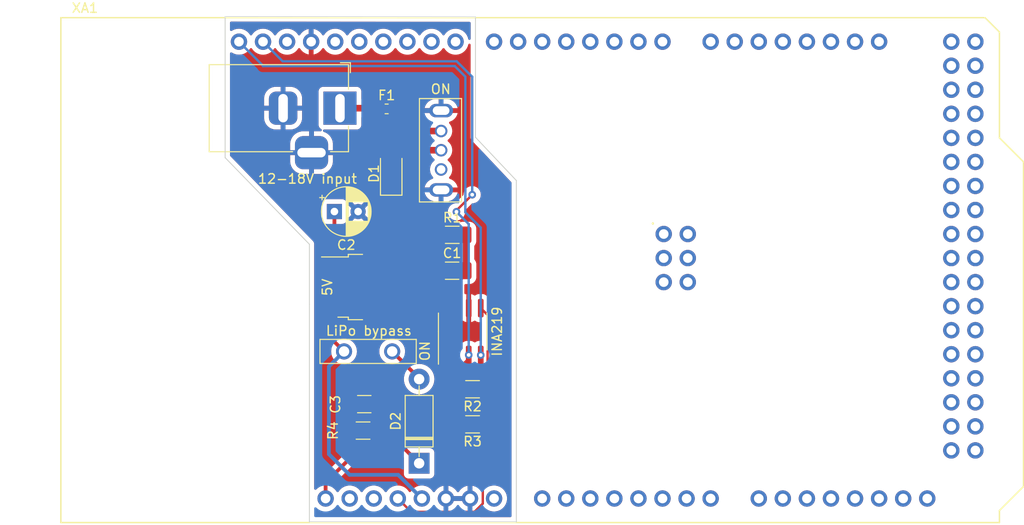
<source format=kicad_pcb>
(kicad_pcb (version 20211014) (generator pcbnew)
  (layers (0 "F.Cu" signal) (31 "B.Cu" signal) (34 "B.Paste" user) (35 "F.Paste" user) (36 "B.SilkS" user "B.Silkscreen") (37 "F.SilkS" user "F.Silkscreen") (38 "B.Mask" user) (39 "F.Mask" user) (44 "Edge.Cuts" user))
  (net 0 "")
  (net 1 "Net-(C1-Pad1)")
  (net 2 "Net-(C1-Pad2)")
  (net 3 "GND")
  (net 4 "Net-(D1-Pad2)")
  (net 5 "Net-(F1-Pad1)")
  (net 6 "Net-(F1-Pad2)")
  (net 7 "Net-(R2-Pad1)")
  (net 8 "Net-(R2-Pad2)")
  (net 9 "Net-(R3-Pad2)")
  (net 11 "Net-(U1-Pad3)")
  (net 20 "Net-(XA1-PadVBAT)")
  (net 98 "Net-(D2-Pad2)")
  (footprint "dhec:TS02CQE" (layer "F.Cu") (at 133.1976 91.9668)
    (fp_text reference "LiPo bypass" (at 0.0762 0.3622 unlocked) (layer "F.SilkS"))
    (fp_text value "SW_DIP_x01")
    (fp_line (start -5.08 1.27) (end -5.08 3.81) (layer "F.SilkS") (width 0.12))
    (fp_line (start -5.08 3.81) (end 5.08 3.81) (layer "F.SilkS") (width 0.12))
    (fp_line (start 5.08 3.81) (end 5.08 1.27) (layer "F.SilkS") (width 0.12))
    (fp_line (start 5.08 1.27) (end -5.08 1.27) (layer "F.SilkS") (width 0.12))
    (pad "1" thru_hole circle (at -2.54 2.54) (size 1.7 1.7) (drill 1.1) (layers *.Cu *.Mask) (net 11 "Net-(U1-Pad3)"))
    (pad "2" thru_hole circle (at 2.54 2.54) (size 1.7 1.7) (drill 1.1) (layers *.Cu *.Mask) (net 98 "Net-(D2-Pad2)"))
  )
  (footprint "Package_SO:SOIC-8_3.9x4.9mm_P1.27mm" (layer "F.Cu") (at 143.1798 92.4052 90)
    (fp_text reference "INA219" (at 0 3.6322 90) (layer "F.SilkS"))
    (fp_text value "INA219AxD")
    (fp_line (start 0 -2.56) (end -3.45 -2.56) (layer "F.SilkS") (width 0.12))
    (fp_line (start 0 2.56) (end -1.95 2.56) (layer "F.SilkS") (width 0.12))
    (fp_line (start 0 2.56) (end 1.95 2.56) (layer "F.SilkS") (width 0.12))
    (fp_line (start 0 -2.56) (end 1.95 -2.56) (layer "F.SilkS") (width 0.12))
    (pad "1" smd roundrect (at -2.475 -1.905 90) (size 1.95 0.6) (layers "F.Cu" "F.Paste" "F.Mask"))
    (pad "2" smd roundrect (at -2.475 -0.635 90) (size 1.95 0.6) (layers "F.Cu" "F.Paste" "F.Mask"))
    (pad "3" smd roundrect (at -2.475 0.635 90) (size 1.95 0.6) (layers "F.Cu" "F.Paste" "F.Mask") (net 9 "Net-(R3-Pad2)"))
    (pad "4" smd roundrect (at -2.475 1.905 90) (size 1.95 0.6) (layers "F.Cu" "F.Paste" "F.Mask") (net 8 "Net-(R2-Pad2)"))
    (pad "5" smd roundrect (at 2.475 1.905 90) (size 1.95 0.6) (layers "F.Cu" "F.Paste" "F.Mask") (net 7 "Net-(R2-Pad1)"))
    (pad "6" smd roundrect (at 2.475 0.635 90) (size 1.95 0.6) (layers "F.Cu" "F.Paste" "F.Mask") (net 3 "GND"))
    (pad "7" smd roundrect (at 2.475 -0.635 90) (size 1.95 0.6) (layers "F.Cu" "F.Paste" "F.Mask") (net 2 "Net-(C1-Pad2)"))
    (pad "8" smd roundrect (at 2.475 -1.905 90) (size 1.95 0.6) (layers "F.Cu" "F.Paste" "F.Mask") (net 1 "Net-(C1-Pad1)"))
  )
  (footprint "Capacitor_THT:CP_Radial_D5.0mm_P2.50mm" (layer "F.Cu") (at 129.6416 79.7306)
    (fp_text reference "C2" (at 1.25 3.5306) (layer "F.SilkS"))
    (fp_text value "C")
    (fp_line (start 2.531 -2.247) (end 2.531 -1.04) (layer "F.SilkS") (width 0.12))
    (fp_line (start 3.291 -1.605) (end 3.291 -1.04) (layer "F.SilkS") (width 0.12))
    (fp_line (start 2.611 -2.2) (end 2.611 -1.04) (layer "F.SilkS") (width 0.12))
    (fp_line (start 2.091 1.04) (end 2.091 2.442) (layer "F.SilkS") (width 0.12))
    (fp_line (start 3.171 -1.743) (end 3.171 -1.04) (layer "F.SilkS") (width 0.12))
    (fp_line (start 1.41 -2.576) (end 1.41 2.576) (layer "F.SilkS") (width 0.12))
    (fp_line (start 3.691 -0.915) (end 3.691 0.915) (layer "F.SilkS") (width 0.12))
    (fp_line (start 2.731 -2.122) (end 2.731 -1.04) (layer "F.SilkS") (width 0.12))
    (fp_line (start 2.051 -2.455) (end 2.051 -1.04) (layer "F.SilkS") (width 0.12))
    (fp_line (start 3.371 1.04) (end 3.371 1.5) (layer "F.SilkS") (width 0.12))
    (fp_line (start 2.011 -2.468) (end 2.011 -1.04) (layer "F.SilkS") (width 0.12))
    (fp_line (start 3.531 1.04) (end 3.531 1.251) (layer "F.SilkS") (width 0.12))
    (fp_line (start 3.411 -1.443) (end 3.411 -1.04) (layer "F.SilkS") (width 0.12))
    (fp_line (start 3.331 1.04) (end 3.331 1.554) (layer "F.SilkS") (width 0.12))
    (fp_line (start 3.091 1.04) (end 3.091 1.826) (layer "F.SilkS") (width 0.12))
    (fp_line (start 2.211 1.04) (end 2.211 2.398) (layer "F.SilkS") (width 0.12))
    (fp_line (start 3.051 -1.864) (end 3.051 -1.04) (layer "F.SilkS") (width 0.12))
    (fp_line (start 3.251 1.04) (end 3.251 1.653) (layer "F.SilkS") (width 0.12))
    (fp_line (start 3.531 -1.251) (end 3.531 -1.04) (layer "F.SilkS") (width 0.12))
    (fp_line (start 2.851 1.04) (end 2.851 2.035) (layer "F.SilkS") (width 0.12))
    (fp_line (start 2.891 1.04) (end 2.891 2.004) (layer "F.SilkS") (width 0.12))
    (fp_line (start 1.77 1.04) (end 1.77 2.528) (layer "F.SilkS") (width 0.12))
    (fp_line (start 1.93 1.04) (end 1.93 2.491) (layer "F.SilkS") (width 0.12))
    (fp_line (start 1.53 -2.565) (end 1.53 -1.04) (layer "F.SilkS") (width 0.12))
    (fp_line (start 3.611 -1.098) (end 3.611 1.098) (layer "F.SilkS") (width 0.12))
    (fp_line (start 3.291 1.04) (end 3.291 1.605) (layer "F.SilkS") (width 0.12))
    (fp_line (start 2.411 1.04) (end 2.411 2.31) (layer "F.SilkS") (width 0.12))
    (fp_line (start 1.971 1.04) (end 1.971 2.48) (layer "F.SilkS") (width 0.12))
    (fp_line (start 1.89 1.04) (end 1.89 2.501) (layer "F.SilkS") (width 0.12))
    (fp_line (start 3.651 -1.011) (end 3.651 1.011) (layer "F.SilkS") (width 0.12))
    (fp_line (start 2.931 1.04) (end 2.931 1.971) (layer "F.SilkS") (width 0.12))
    (fp_line (start 2.771 -2.095) (end 2.771 -1.04) (layer "F.SilkS") (width 0.12))
    (fp_line (start 1.81 -2.52) (end 1.81 -1.04) (layer "F.SilkS") (width 0.12))
    (fp_line (start 2.491 1.04) (end 2.491 2.268) (layer "F.SilkS") (width 0.12))
    (fp_line (start 1.25 -2.58) (end 1.25 2.58) (layer "F.SilkS") (width 0.12))
    (fp_line (start 1.89 -2.501) (end 1.89 -1.04) (layer "F.SilkS") (width 0.12))
    (fp_line (start 2.331 -2.348) (end 2.331 -1.04) (layer "F.SilkS") (width 0.12))
    (fp_line (start 2.051 1.04) (end 2.051 2.455) (layer "F.SilkS") (width 0.12))
    (fp_line (start 1.69 1.04) (end 1.69 2.543) (layer "F.SilkS") (width 0.12))
    (fp_line (start 2.691 -2.149) (end 2.691 -1.04) (layer "F.SilkS") (width 0.12))
    (fp_line (start 2.091 -2.442) (end 2.091 -1.04) (layer "F.SilkS") (width 0.12))
    (fp_line (start 3.571 -1.178) (end 3.571 1.178) (layer "F.SilkS") (width 0.12))
    (fp_line (start 1.69 -2.543) (end 1.69 -1.04) (layer "F.SilkS") (width 0.12))
    (fp_line (start 2.291 1.04) (end 2.291 2.365) (layer "F.SilkS") (width 0.12))
    (fp_line (start 2.171 -2.414) (end 2.171 -1.04) (layer "F.SilkS") (width 0.12))
    (fp_line (start 2.651 -2.175) (end 2.651 -1.04) (layer "F.SilkS") (width 0.12))
    (fp_line (start 2.851 -2.035) (end 2.851 -1.04) (layer "F.SilkS") (width 0.12))
    (fp_line (start 3.011 1.04) (end 3.011 1.901) (layer "F.SilkS") (width 0.12))
    (fp_line (start 3.491 1.04) (end 3.491 1.319) (layer "F.SilkS") (width 0.12))
    (fp_line (start 1.65 1.04) (end 1.65 2.55) (layer "F.SilkS") (width 0.12))
    (fp_line (start 1.57 1.04) (end 1.57 2.561) (layer "F.SilkS") (width 0.12))
    (fp_line (start 3.411 1.04) (end 3.411 1.443) (layer "F.SilkS") (width 0.12))
    (fp_line (start 2.771 1.04) (end 2.771 2.095) (layer "F.SilkS") (width 0.12))
    (fp_line (start 1.85 -2.511) (end 1.85 -1.04) (layer "F.SilkS") (width 0.12))
    (fp_line (start -1.554775 -1.475) (end -1.054775 -1.475) (layer "F.SilkS") (width 0.12))
    (fp_line (start 2.251 -2.382) (end 2.251 -1.04) (layer "F.SilkS") (width 0.12))
    (fp_line (start 2.531 1.04) (end 2.531 2.247) (layer "F.SilkS") (width 0.12))
    (fp_line (start 2.171 1.04) (end 2.171 2.414) (layer "F.SilkS") (width 0.12))
    (fp_line (start -1.304775 -1.725) (end -1.304775 -1.225) (layer "F.SilkS") (width 0.12))
    (fp_line (start 3.131 -1.785) (end 3.131 -1.04) (layer "F.SilkS") (width 0.12))
    (fp_line (start 1.53 1.04) (end 1.53 2.565) (layer "F.SilkS") (width 0.12))
    (fp_line (start 2.131 1.04) (end 2.131 2.428) (layer "F.SilkS") (width 0.12))
    (fp_line (start 2.251 1.04) (end 2.251 2.382) (layer "F.SilkS") (width 0.12))
    (fp_line (start 1.49 1.04) (end 1.49 2.569) (layer "F.SilkS") (width 0.12))
    (fp_line (start 3.251 -1.653) (end 3.251 -1.04) (layer "F.SilkS") (width 0.12))
    (fp_line (start 2.371 1.04) (end 2.371 2.329) (layer "F.SilkS") (width 0.12))
    (fp_line (start 1.73 1.04) (end 1.73 2.536) (layer "F.SilkS") (width 0.12))
    (fp_line (start 1.29 -2.58) (end 1.29 2.58) (layer "F.SilkS") (width 0.12))
    (fp_line (start 1.61 -2.556) (end 1.61 -1.04) (layer "F.SilkS") (width 0.12))
    (fp_line (start 2.571 1.04) (end 2.571 2.224) (layer "F.SilkS") (width 0.12))
    (fp_line (start 2.731 1.04) (end 2.731 2.122) (layer "F.SilkS") (width 0.12))
    (fp_line (start 2.451 1.04) (end 2.451 2.29) (layer "F.SilkS") (width 0.12))
    (fp_line (start 3.491 -1.319) (end 3.491 -1.04) (layer "F.SilkS") (width 0.12))
    (fp_line (start 3.731 -0.805) (end 3.731 0.805) (layer "F.SilkS") (width 0.12))
    (fp_line (start 2.331 1.04) (end 2.331 2.348) (layer "F.SilkS") (width 0.12))
    (fp_line (start 3.011 -1.901) (end 3.011 -1.04) (layer "F.SilkS") (width 0.12))
    (fp_line (start 2.691 1.04) (end 2.691 2.149) (layer "F.SilkS") (width 0.12))
    (fp_line (start 2.571 -2.224) (end 2.571 -1.04) (layer "F.SilkS") (width 0.12))
    (fp_line (start 2.931 -1.971) (end 2.931 -1.04) (layer "F.SilkS") (width 0.12))
    (fp_line (start 2.891 -2.004) (end 2.891 -1.04) (layer "F.SilkS") (width 0.12))
    (fp_line (start 2.971 1.04) (end 2.971 1.937) (layer "F.SilkS") (width 0.12))
    (fp_line (start 2.211 -2.398) (end 2.211 -1.04) (layer "F.SilkS") (width 0.12))
    (fp_line (start 3.451 1.04) (end 3.451 1.383) (layer "F.SilkS") (width 0.12))
    (fp_line (start 3.771 -0.677) (end 3.771 0.677) (layer "F.SilkS") (width 0.12))
    (fp_line (start 2.611 1.04) (end 2.611 2.2) (layer "F.SilkS") (width 0.12))
    (fp_line (start 2.651 1.04) (end 2.651 2.175) (layer "F.SilkS") (width 0.12))
    (fp_line (start 2.451 -2.29) (end 2.451 -1.04) (layer "F.SilkS") (width 0.12))
    (fp_line (start 3.371 -1.5) (end 3.371 -1.04) (layer "F.SilkS") (width 0.12))
    (fp_line (start 3.051 1.04) (end 3.051 1.864) (layer "F.SilkS") (width 0.12))
    (fp_line (start 2.131 -2.428) (end 2.131 -1.04) (layer "F.SilkS") (width 0.12))
    (fp_line (start 1.81 1.04) (end 1.81 2.52) (layer "F.SilkS") (width 0.12))
    (fp_line (start 2.811 -2.065) (end 2.811 -1.04) (layer "F.SilkS") (width 0.12))
    (fp_line (start 2.811 1.04) (end 2.811 2.065) (layer "F.SilkS") (width 0.12))
    (fp_line (start 1.45 -2.573) (end 1.45 2.573) (layer "F.SilkS") (width 0.12))
    (fp_line (start 1.57 -2.561) (end 1.57 -1.04) (layer "F.SilkS") (width 0.12))
    (fp_line (start 2.411 -2.31) (end 2.411 -1.04) (layer "F.SilkS") (width 0.12))
    (fp_line (start 3.811 -0.518) (end 3.811 0.518) (layer "F.SilkS") (width 0.12))
    (fp_line (start 2.491 -2.268) (end 2.491 -1.04) (layer "F.SilkS") (width 0.12))
    (fp_line (start 1.49 -2.569) (end 1.49 -1.04) (layer "F.SilkS") (width 0.12))
    (fp_line (start 3.131 1.04) (end 3.131 1.785) (layer "F.SilkS") (width 0.12))
    (fp_line (start 1.971 -2.48) (end 1.971 -1.04) (layer "F.SilkS") (width 0.12))
    (fp_line (start 3.331 -1.554) (end 3.331 -1.04) (layer "F.SilkS") (width 0.12))
    (fp_line (start 3.851 -0.284) (end 3.851 0.284) (layer "F.SilkS") (width 0.12))
    (fp_line (start 1.33 -2.579) (end 1.33 2.579) (layer "F.SilkS") (width 0.12))
    (fp_line (start 1.77 -2.528) (end 1.77 -1.04) (layer "F.SilkS") (width 0.12))
    (fp_line (start 2.291 -2.365) (end 2.291 -1.04) (layer "F.SilkS") (width 0.12))
    (fp_line (start 1.85 1.04) (end 1.85 2.511) (layer "F.SilkS") (width 0.12))
    (fp_line (start 3.211 -1.699) (end 3.211 -1.04) (layer "F.SilkS") (width 0.12))
    (fp_line (start 1.61 1.04) (end 1.61 2.556) (layer "F.SilkS") (width 0.12))
    (fp_line (start 2.371 -2.329) (end 2.371 -1.04) (layer "F.SilkS") (width 0.12))
    (fp_line (start 1.73 -2.536) (end 1.73 -1.04) (layer "F.SilkS") (width 0.12))
    (fp_line (start 3.451 -1.383) (end 3.451 -1.04) (layer "F.SilkS") (width 0.12))
    (fp_line (start 2.011 1.04) (end 2.011 2.468) (layer "F.SilkS") (width 0.12))
    (fp_line (start 2.971 -1.937) (end 2.971 -1.04) (layer "F.SilkS") (width 0.12))
    (fp_line (start 1.65 -2.55) (end 1.65 -1.04) (layer "F.SilkS") (width 0.12))
    (fp_line (start 1.93 -2.491) (end 1.93 -1.04) (layer "F.SilkS") (width 0.12))
    (fp_line (start 3.211 1.04) (end 3.211 1.699) (layer "F.SilkS") (width 0.12))
    (fp_line (start 1.37 -2.578) (end 1.37 2.578) (layer "F.SilkS") (width 0.12))
    (fp_line (start 3.171 1.04) (end 3.171 1.743) (layer "F.SilkS") (width 0.12))
    (fp_line (start 3.091 -1.826) (end 3.091 -1.04) (layer "F.SilkS") (width 0.12))
    (fp_circle (center 1.25 0) (end 3.87 0) (layer "F.SilkS") (width 0.12) (fill none))
    (pad "1" thru_hole rect (at 0 0) (size 1.6 1.6) (drill 0.8) (layers *.Cu *.Mask) (net 2 "Net-(C1-Pad2)"))
    (pad "2" thru_hole circle (at 2.5 0) (size 1.6 1.6) (drill 0.8) (layers *.Cu *.Mask) (net 3 "GND"))
  )
  (footprint "Resistor_SMD:R_1206_3216Metric" (layer "F.Cu") (at 144.2212 102.2096 180)
    (fp_text reference "R3" (at 0 -1.82) (layer "F.SilkS"))
    (fp_text value "4.7k")
    (fp_line (start -0.727064 -0.91) (end 0.727064 -0.91) (layer "F.SilkS") (width 0.12))
    (fp_line (start -0.727064 0.91) (end 0.727064 0.91) (layer "F.SilkS") (width 0.12))
    (pad "1" smd roundrect (at -1.4625 0 180) (size 1.125 1.75) (layers "F.Cu" "F.Paste" "F.Mask") (roundrect_rratio 0.2222222222) (net 7 "Net-(R2-Pad1)"))
    (pad "2" smd roundrect (at 1.4625 0 180) (size 1.125 1.75) (layers "F.Cu" "F.Paste" "F.Mask") (roundrect_rratio 0.2222222222) (net 9 "Net-(R3-Pad2)"))
  )
  (footprint "Diode_SMD:D_1206_3216Metric" (layer "F.Cu") (at 135.636 75.7174 90)
    (fp_text reference "D1" (at 0 -1.82 90) (layer "F.SilkS"))
    (fp_text value "D")
    (fp_line (start -2.285 -1.135) (end -2.285 1.135) (layer "F.SilkS") (width 0.12))
    (fp_line (start -2.285 1.135) (end 1.6 1.135) (layer "F.SilkS") (width 0.12))
    (fp_line (start 1.6 -1.135) (end -2.285 -1.135) (layer "F.SilkS") (width 0.12))
    (pad "1" smd roundrect (at -1.4 0 90) (size 1.25 1.75) (layers "F.Cu" "F.Paste" "F.Mask") (roundrect_rratio 0.2) (net 1 "Net-(C1-Pad1)"))
    (pad "2" smd roundrect (at 1.4 0 90) (size 1.25 1.75) (layers "F.Cu" "F.Paste" "F.Mask") (roundrect_rratio 0.2) (net 4 "Net-(D1-Pad2)"))
  )
  (footprint "Fuse:Fuse_0603_1608Metric" (layer "F.Cu") (at 135.1534 68.8848)
    (fp_text reference "F1" (at 0 -1.43) (layer "F.SilkS"))
    (fp_text value "Fuse")
    (fp_line (start -0.162779 -0.51) (end 0.162779 -0.51) (layer "F.SilkS") (width 0.12))
    (fp_line (start -0.162779 0.51) (end 0.162779 0.51) (layer "F.SilkS") (width 0.12))
    (pad "1" smd roundrect (at -0.7875 0) (size 0.875 0.95) (layers "F.Cu" "F.Paste" "F.Mask") (net 5 "Net-(F1-Pad1)"))
    (pad "2" smd roundrect (at 0.7875 0) (size 0.875 0.95) (layers "F.Cu" "F.Paste" "F.Mask") (net 6 "Net-(F1-Pad2)"))
  )
  (footprint "ARTS-lab:grounded_switch" (layer "F.Cu") (at 145.9804 73.2536 -90)
    (fp_text reference "ON" (at -6.4516 5.112 180) (layer "F.SilkS"))
    (fp_text value "grounded_DIP_switch")
    (fp_line (start -5.461 2.921) (end -5.461 7.366) (layer "F.SilkS") (width 0.12))
    (fp_line (start -5.461 7.366) (end 5.461 7.366) (layer "F.SilkS") (width 0.12))
    (fp_line (start -5.461 2.921) (end 5.461 2.921) (layer "F.SilkS") (width 0.12))
    (fp_line (start 5.461 2.921) (end 5.461 7.366) (layer "F.SilkS") (width 0.12))
    (pad "1" thru_hole circle locked (at -2.032 5.08 270) (size 1.324 1.324) (drill 0.914) (layers *.Cu *.Mask) (net 6 "Net-(F1-Pad2)"))
    (pad "2" thru_hole circle locked (at 0 5.08 270) (size 1.324 1.324) (drill 0.914) (layers *.Cu *.Mask) (net 4 "Net-(D1-Pad2)"))
    (pad "3" thru_hole circle locked (at 2.032 5.08 270) (size 1.324 1.324) (drill 0.914) (layers *.Cu *.Mask))
    (pad "4" thru_hole oval locked (at -4.191 5.08) (size 2.524 1.424) (drill oval 1.76 0.914) (layers *.Cu *.Mask) (net 3 "GND"))
    (pad "5" thru_hole oval locked (at 4.191 5.08) (size 2.524 1.424) (drill oval 1.76 0.914) (layers *.Cu *.Mask) (net 3 "GND"))
  )
  (footprint "Capacitor_SMD:C_1206_3216Metric" (layer "F.Cu") (at 132.7912 100.076)
    (fp_text reference "C3" (at -3.048 0.0254 90) (layer "F.SilkS"))
    (fp_text value "C")
    (fp_line (start -0.711252 -0.91) (end 0.711252 -0.91) (layer "F.SilkS") (width 0.12))
    (fp_line (start -0.711252 0.91) (end 0.711252 0.91) (layer "F.SilkS") (width 0.12))
    (pad "1" smd roundrect (at -1.475 0) (size 1.15 1.8) (layers "F.Cu" "F.Paste" "F.Mask") (roundrect_rratio 0.217391) (net 3 "GND"))
    (pad "2" smd roundrect (at 1.475 0) (size 1.15 1.8) (layers "F.Cu" "F.Paste" "F.Mask") (roundrect_rratio 0.217391) (net 20 "Net-(XA1-PadVBAT)"))
  )
  (footprint "Package_TO_SOT_SMD:TO-252-2" (layer "F.Cu") (at 133.5786 87.7062)
    (fp_text reference "5V" (at -4.6832 0.0244 90) (layer "F.SilkS"))
    (fp_text value "LF15_TO252")
    (fp_line (start -2.47 -3.45) (end -2.47 -3.18) (layer "F.SilkS") (width 0.12))
    (fp_line (start -2.47 3.45) (end -2.47 3.18) (layer "F.SilkS") (width 0.12))
    (fp_line (start -0.97 -3.45) (end -2.47 -3.45) (layer "F.SilkS") (width 0.12))
    (fp_line (start -2.47 -3.18) (end -5.3 -3.18) (layer "F.SilkS") (width 0.12))
    (fp_line (start -0.97 3.45) (end -2.47 3.45) (layer "F.SilkS") (width 0.12))
    (fp_line (start -2.47 3.18) (end -3.57 3.18) (layer "F.SilkS") (width 0.12))
    (pad "1" smd rect (at -4.2 -2.28) (size 2.2 1.2) (layers "F.Cu" "F.Paste" "F.Mask") (net 2 "Net-(C1-Pad2)"))
    (pad "2" smd rect (at 2.1 0) (size 6.4 5.8) (layers "F.Cu" "F.Mask") (net 3 "GND"))
    (pad "3" smd rect (at -4.2 2.28) (size 2.2 1.2) (layers "F.Cu" "F.Paste" "F.Mask") (net 11 "Net-(U1-Pad3)"))
  )
  (footprint "Resistor_SMD:R_1206_3216Metric" (layer "F.Cu") (at 142.0788 82.1898)
    (fp_text reference "R1" (at 0 -1.82) (layer "F.SilkS"))
    (fp_text value "shunt")
    (fp_line (start -0.727064 0.91) (end 0.727064 0.91) (layer "F.SilkS") (width 0.12))
    (fp_line (start -0.727064 -0.91) (end 0.727064 -0.91) (layer "F.SilkS") (width 0.12))
    (pad "1" smd roundrect (at -1.4625 0) (size 1.125 1.75) (layers "F.Cu" "F.Paste" "F.Mask") (roundrect_rratio 0.2222222222) (net 1 "Net-(C1-Pad1)"))
    (pad "2" smd roundrect (at 1.4625 0) (size 1.125 1.75) (layers "F.Cu" "F.Paste" "F.Mask") (roundrect_rratio 0.2222222222) (net 2 "Net-(C1-Pad2)"))
  )
  (footprint "Resistor_SMD:R_1206_3216Metric" (layer "F.Cu") (at 144.2212 98.5012 180)
    (fp_text reference "R2" (at 0 -1.82) (layer "F.SilkS"))
    (fp_text value "4.7k")
    (fp_line (start -0.727064 -0.91) (end 0.727064 -0.91) (layer "F.SilkS") (width 0.12))
    (fp_line (start -0.727064 0.91) (end 0.727064 0.91) (layer "F.SilkS") (width 0.12))
    (pad "1" smd roundrect (at -1.4625 0 180) (size 1.125 1.75) (layers "F.Cu" "F.Paste" "F.Mask") (roundrect_rratio 0.2222222222) (net 7 "Net-(R2-Pad1)"))
    (pad "2" smd roundrect (at 1.4625 0 180) (size 1.125 1.75) (layers "F.Cu" "F.Paste" "F.Mask") (roundrect_rratio 0.2222222222) (net 8 "Net-(R2-Pad2)"))
  )
  (footprint "Resistor_SMD:R_1206_3216Metric_Pad1.30x1.75mm_HandSolder" (layer "F.Cu") (at 132.6642 102.87)
    (fp_text reference "R4" (at -3.175 0 90) (layer "F.SilkS"))
    (fp_text value "R")
    (fp_line (start -0.727064 0.91) (end 0.727064 0.91) (layer "F.SilkS") (width 0.12))
    (fp_line (start -0.727064 -0.91) (end 0.727064 -0.91) (layer "F.SilkS") (width 0.12))
    (pad "1" smd roundrect (at -1.55 0) (size 1.3 1.75) (layers "F.Cu" "F.Paste" "F.Mask") (roundrect_rratio 0.192308) (net 3 "GND"))
    (pad "2" smd roundrect (at 1.55 0) (size 1.3 1.75) (layers "F.Cu" "F.Paste" "F.Mask") (roundrect_rratio 0.192308) (net 20 "Net-(XA1-PadVBAT)"))
  )
  (footprint "Connector_BarrelJack:BarrelJack_Horizontal" (layer "F.Cu") (at 130.2258 68.8086)
    (fp_text reference "12-18V input" (at -3.429 7.4676) (layer "F.SilkS"))
    (fp_text value "Barrel_Jack")
    (fp_line (start 1.1 -3.75) (end 1.1 -4.8) (layer "F.SilkS") (width 0.12))
    (fp_line (start 0.9 1.9) (end 0.9 4.6) (layer "F.SilkS") (width 0.12))
    (fp_line (start -13.8 -4.6) (end 0.9 -4.6) (layer "F.SilkS") (width 0.12))
    (fp_line (start -5 4.6) (end -13.8 4.6) (layer "F.SilkS") (width 0.12))
    (fp_line (start 0.05 -4.8) (end 1.1 -4.8) (layer "F.SilkS") (width 0.12))
    (fp_line (start -13.8 4.6) (end -13.8 -4.6) (layer "F.SilkS") (width 0.12))
    (fp_line (start 0.9 -4.6) (end 0.9 -2) (layer "F.SilkS") (width 0.12))
    (fp_line (start 0.9 4.6) (end -1 4.6) (layer "F.SilkS") (width 0.12))
    (pad "1" thru_hole rect (at 0 0) (size 3.5 3.5) (drill oval 1 3) (layers *.Cu *.Mask) (net 5 "Net-(F1-Pad1)"))
    (pad "2" thru_hole roundrect (at -6 0) (size 3 3.5) (drill oval 1 3) (layers *.Cu *.Mask) (net 3 "GND"))
    (pad "3" thru_hole roundrect (at -3 4.7) (size 3.5 3.5) (drill oval 3 1) (layers *.Cu *.Mask) (net 3 "GND"))
  )
  (footprint "Diode_THT:D_DO-41_SOD81_P10.16mm_Horizontal" (layer "F.Cu") (at 138.5824 106.9594 90)
    (fp_text reference "D2" (at 5.08 -2.47 90) (layer "F.SilkS"))
    (fp_text value "1N4005")
    (fp_line (start 3.14 -1.47) (end 3.14 1.47) (layer "F.SilkS") (width 0.12))
    (fp_line (start 2.36 1.47) (end 7.8 1.47) (layer "F.SilkS") (width 0.12))
    (fp_line (start 8.82 0) (end 7.8 0) (layer "F.SilkS") (width 0.12))
    (fp_line (start 3.38 -1.47) (end 3.38 1.47) (layer "F.SilkS") (width 0.12))
    (fp_line (start 7.8 1.47) (end 7.8 -1.47) (layer "F.SilkS") (width 0.12))
    (fp_line (start 1.34 0) (end 2.36 0) (layer "F.SilkS") (width 0.12))
    (fp_line (start 7.8 -1.47) (end 2.36 -1.47) (layer "F.SilkS") (width 0.12))
    (fp_line (start 2.36 -1.47) (end 2.36 1.47) (layer "F.SilkS") (width 0.12))
    (fp_line (start 3.26 -1.47) (end 3.26 1.47) (layer "F.SilkS") (width 0.12))
    (pad "1" thru_hole rect (at 0.635 0 90) (size 2.2 2.2) (drill 1.1) (layers *.Cu *.Mask) (net 20 "Net-(XA1-PadVBAT)"))
    (pad "2" thru_hole oval (at 9.525 0 90) (size 2.2 2.2) (drill 1.1) (layers *.Cu *.Mask) (net 98 "Net-(D2-Pad2)"))
  )
  (footprint "Capacitor_SMD:C_1206_3216Metric" (layer "F.Cu") (at 142.0622 85.979)
    (fp_text reference "C1" (at 0 -1.85) (layer "F.SilkS"))
    (fp_text value "C")
    (fp_line (start -0.711252 -0.91) (end 0.711252 -0.91) (layer "F.SilkS") (width 0.12))
    (fp_line (start -0.711252 0.91) (end 0.711252 0.91) (layer "F.SilkS") (width 0.12))
    (pad "1" smd roundrect (at -1.475 0) (size 1.15 1.8) (layers "F.Cu" "F.Paste" "F.Mask") (roundrect_rratio 0.2173913043) (net 1 "Net-(C1-Pad1)"))
    (pad "2" smd roundrect (at 1.475 0) (size 1.15 1.8) (layers "F.Cu" "F.Paste" "F.Mask") (roundrect_rratio 0.2173913043) (net 2 "Net-(C1-Pad2)"))
  )
  (footprint "Arduino_Boards:Arduino_Mega2560_Shield" (layer "F.Cu") (at 100.77 112.585)
    (fp_text reference "XA1" (at 2.54 -54.356) (layer "F.SilkS"))
    (fp_text value "Arduino_Mega2560_Shield")
    (fp_text user "." (at 62.484 -32.004) (layer "F.SilkS"))
    (fp_line (start 99.06 0) (end 99.06 -1.27) (layer "F.SilkS") (width 0.15))
    (fp_line (start 101.6 -38.1) (end 99.06 -40.64) (layer "F.SilkS") (width 0.15))
    (fp_line (start 0 -53.34) (end 0 0) (layer "F.SilkS") (width 0.15))
    (fp_line (start 97.536 -53.34) (end 99.06 -51.816) (layer "F.SilkS") (width 0.15))
    (fp_line (start 0 -53.34) (end 97.536 -53.34) (layer "F.SilkS") (width 0.15))
    (fp_line (start 0 0) (end 99.06 0) (layer "F.SilkS") (width 0.15))
    (fp_line (start 99.06 -40.64) (end 99.06 -51.816) (layer "F.SilkS") (width 0.15))
    (fp_line (start 99.06 -1.27) (end 101.6 -3.81) (layer "F.SilkS") (width 0.15))
    (fp_line (start 101.6 -3.81) (end 101.6 -38.1) (layer "F.SilkS") (width 0.15))
    (pad "" np_thru_hole circle (at 13.97 -2.54) (size 3.2 3.2) (drill 3.2) (layers *.Cu *.Mask))
    (pad "" np_thru_hole circle (at 66.04 -35.56) (size 3.2 3.2) (drill 3.2) (layers *.Cu *.Mask))
    (pad "" np_thru_hole circle (at 15.24 -50.8) (size 3.2 3.2) (drill 3.2) (layers *.Cu *.Mask))
    (pad "" np_thru_hole circle (at 96.52 -2.54) (size 3.2 3.2) (drill 3.2) (layers *.Cu *.Mask))
    (pad "" np_thru_hole circle (at 90.17 -50.8) (size 3.2 3.2) (drill 3.2) (layers *.Cu *.Mask))
    (pad "" np_thru_hole circle (at 66.04 -7.62) (size 3.2 3.2) (drill 3.2) (layers *.Cu *.Mask))
    (pad "3V3" thru_hole oval (at 35.56 -2.54) (size 1.7272 1.7272) (drill 1.016) (layers *.Cu *.Mask) (net 7 "Net-(R2-Pad1)"))
    (pad "5V1" thru_hole oval (at 38.1 -2.54) (size 1.7272 1.7272) (drill 1.016) (layers *.Cu *.Mask) (net 11 "Net-(U1-Pad3)"))
    (pad "5V2" thru_hole oval (at 66.167 -30.48) (size 1.7272 1.7272) (drill 1.016) (layers *.Cu *.Mask))
    (pad "5V3" thru_hole oval (at 93.98 -50.8) (size 1.7272 1.7272) (drill 1.016) (layers *.Cu *.Mask))
    (pad "5V4" thru_hole oval (at 96.52 -50.8) (size 1.7272 1.7272) (drill 1.016) (layers *.Cu *.Mask))
    (pad "A0" thru_hole oval (at 50.8 -2.54) (size 1.7272 1.7272) (drill 1.016) (layers *.Cu *.Mask))
    (pad "A1" thru_hole oval (at 53.34 -2.54) (size 1.7272 1.7272) (drill 1.016) (layers *.Cu *.Mask))
    (pad "A2" thru_hole oval (at 55.88 -2.54) (size 1.7272 1.7272) (drill 1.016) (layers *.Cu *.Mask))
    (pad "A3" thru_hole oval (at 58.42 -2.54) (size 1.7272 1.7272) (drill 1.016) (layers *.Cu *.Mask))
    (pad "A4" thru_hole oval (at 60.96 -2.54) (size 1.7272 1.7272) (drill 1.016) (layers *.Cu *.Mask))
    (pad "A5" thru_hole oval (at 63.5 -2.54) (size 1.7272 1.7272) (drill 1.016) (layers *.Cu *.Mask))
    (pad "A6" thru_hole oval (at 66.04 -2.54) (size 1.7272 1.7272) (drill 1.016) (layers *.Cu *.Mask))
    (pad "A7" thru_hole oval (at 68.58 -2.54) (size 1.7272 1.7272) (drill 1.016) (layers *.Cu *.Mask))
    (pad "A8" thru_hole oval (at 73.66 -2.54) (size 1.7272 1.7272) (drill 1.016) (layers *.Cu *.Mask))
    (pad "A9" thru_hole oval (at 76.2 -2.54) (size 1.7272 1.7272) (drill 1.016) (layers *.Cu *.Mask))
    (pad "A10" thru_hole oval (at 78.74 -2.54) (size 1.7272 1.7272) (drill 1.016) (layers *.Cu *.Mask))
    (pad "A11" thru_hole oval (at 81.28 -2.54) (size 1.7272 1.7272) (drill 1.016) (layers *.Cu *.Mask))
    (pad "A12" thru_hole oval (at 83.82 -2.54) (size 1.7272 1.7272) (drill 1.016) (layers *.Cu *.Mask))
    (pad "A13" thru_hole oval (at 86.36 -2.54) (size 1.7272 1.7272) (drill 1.016) (layers *.Cu *.Mask))
    (pad "A14" thru_hole oval (at 88.9 -2.54) (size 1.7272 1.7272) (drill 1.016) (layers *.Cu *.Mask))
    (pad "A15" thru_hole oval (at 91.44 -2.54) (size 1.7272 1.7272) (drill 1.016) (layers *.Cu *.Mask))
    (pad "AREF" thru_hole oval (at 23.876 -50.8) (size 1.7272 1.7272) (drill 1.016) (layers *.Cu *.Mask))
    (pad "D0" thru_hole oval (at 63.5 -50.8) (size 1.7272 1.7272) (drill 1.016) (layers *.Cu *.Mask))
    (pad "D1" thru_hole oval (at 60.96 -50.8) (size 1.7272 1.7272) (drill 1.016) (layers *.Cu *.Mask))
    (pad "D2" thru_hole oval (at 58.42 -50.8) (size 1.7272 1.7272) (drill 1.016) (layers *.Cu *.Mask))
    (pad "D3" thru_hole oval (at 55.88 -50.8) (size 1.7272 1.7272) (drill 1.016) (layers *.Cu *.Mask))
    (pad "D4" thru_hole oval (at 53.34 -50.8) (size 1.7272 1.7272) (drill 1.016) (layers *.Cu *.Mask))
    (pad "D5" thru_hole oval (at 50.8 -50.8) (size 1.7272 1.7272) (drill 1.016) (layers *.Cu *.Mask))
    (pad "D6" thru_hole oval (at 48.26 -50.8) (size 1.7272 1.7272) (drill 1.016) (layers *.Cu *.Mask))
    (pad "D7" thru_hole oval (at 45.72 -50.8) (size 1.7272 1.7272) (drill 1.016) (layers *.Cu *.Mask))
    (pad "D8" thru_hole oval (at 41.656 -50.8) (size 1.7272 1.7272) (drill 1.016) (layers *.Cu *.Mask))
    (pad "D9" thru_hole oval (at 39.116 -50.8) (size 1.7272 1.7272) (drill 1.016) (layers *.Cu *.Mask))
    (pad "D10" thru_hole oval (at 36.576 -50.8) (size 1.7272 1.7272) (drill 1.016) (layers *.Cu *.Mask))
    (pad "D11" thru_hole oval (at 34.036 -50.8) (size 1.7272 1.7272) (drill 1.016) (layers *.Cu *.Mask))
    (pad "D12" thru_hole oval (at 31.496 -50.8) (size 1.7272 1.7272) (drill 1.016) (layers *.Cu *.Mask))
    (pad "D13" thru_hole oval (at 28.956 -50.8) (size 1.7272 1.7272) (drill 1.016) (layers *.Cu *.Mask))
    (pad "D14" thru_hole oval (at 68.58 -50.8) (size 1.7272 1.7272) (drill 1.016) (layers *.Cu *.Mask))
    (pad "D15" thru_hole oval (at 71.12 -50.8) (size 1.7272 1.7272) (drill 1.016) (layers *.Cu *.Mask))
    (pad "D16" thru_hole oval (at 73.66 -50.8) (size 1.7272 1.7272) (drill 1.016) (layers *.Cu *.Mask))
    (pad "D17" thru_hole oval (at 76.2 -50.8) (size 1.7272 1.7272) (drill 1.016) (layers *.Cu *.Mask))
    (pad "D18" thru_hole oval (at 78.74 -50.8) (size 1.7272 1.7272) (drill 1.016) (layers *.Cu *.Mask))
    (pad "D19" thru_hole oval (at 81.28 -50.8) (size 1.7272 1.7272) (drill 1.016) (layers *.Cu *.Mask))
    (pad "D20" thru_hole oval (at 83.82 -50.8) (size 1.7272 1.7272) (drill 1.016) (layers *.Cu *.Mask))
    (pad "D21" thru_hole oval (at 86.36 -50.8) (size 1.7272 1.7272) (drill 1.016) (layers *.Cu *.Mask))
    (pad "D22" thru_hole oval (at 93.98 -48.26) (size 1.7272 1.7272) (drill 1.016) (layers *.Cu *.Mask))
    (pad "D23" thru_hole oval (at 96.52 -48.26) (size 1.7272 1.7272) (drill 1.016) (layers *.Cu *.Mask))
    (pad "D24" thru_hole oval (at 93.98 -45.72) (size 1.7272 1.7272) (drill 1.016) (layers *.Cu *.Mask))
    (pad "D25" thru_hole oval (at 96.52 -45.72) (size 1.7272 1.7272) (drill 1.016) (layers *.Cu *.Mask))
    (pad "D26" thru_hole oval (at 93.98 -43.18) (size 1.7272 1.7272) (drill 1.016) (layers *.Cu *.Mask))
    (pad "D27" thru_hole oval (at 96.52 -43.18) (size 1.7272 1.7272) (drill 1.016) (layers *.Cu *.Mask))
    (pad "D28" thru_hole oval (at 93.98 -40.64) (size 1.7272 1.7272) (drill 1.016) (layers *.Cu *.Mask))
    (pad "D29" thru_hole oval (at 96.52 -40.64) (size 1.7272 1.7272) (drill 1.016) (layers *.Cu *.Mask))
    (pad "D30" thru_hole oval (at 93.98 -38.1) (size 1.7272 1.7272) (drill 1.016) (layers *.Cu *.Mask))
    (pad "D31" thru_hole oval (at 96.52 -38.1) (size 1.7272 1.7272) (drill 1.016) (layers *.Cu *.Mask))
    (pad "D32" thru_hole oval (at 93.98 -35.56) (size 1.7272 1.7272) (drill 1.016) (layers *.Cu *.Mask))
    (pad "D33" thru_hole oval (at 96.52 -35.56) (size 1.7272 1.7272) (drill 1.016) (layers *.Cu *.Mask))
    (pad "D34" thru_hole oval (at 93.98 -33.02) (size 1.7272 1.7272) (drill 1.016) (layers *.Cu *.Mask))
    (pad "D35" thru_hole oval (at 96.52 -33.02) (size 1.7272 1.7272) (drill 1.016) (layers *.Cu *.Mask))
    (pad "D36" thru_hole oval (at 93.98 -30.48) (size 1.7272 1.7272) (drill 1.016) (layers *.Cu *.Mask))
    (pad "D37" thru_hole oval (at 96.52 -30.48) (size 1.7272 1.7272) (drill 1.016) (layers *.Cu *.Mask))
    (pad "D38" thru_hole oval (at 93.98 -27.94) (size 1.7272 1.7272) (drill 1.016) (layers *.Cu *.Mask))
    (pad "D39" thru_hole oval (at 96.52 -27.94) (size 1.7272 1.7272) (drill 1.016) (layers *.Cu *.Mask))
    (pad "D40" thru_hole oval (at 93.98 -25.4) (size 1.7272 1.7272) (drill 1.016) (layers *.Cu *.Mask))
    (pad "D41" thru_hole oval (at 96.52 -25.4) (size 1.7272 1.7272) (drill 1.016) (layers *.Cu *.Mask))
    (pad "D42" thru_hole oval (at 93.98 -22.86) (size 1.7272 1.7272) (drill 1.016) (layers *.Cu *.Mask))
    (pad "D43" thru_hole oval (at 96.52 -22.86) (size 1.7272 1.7272) (drill 1.016) (layers *.Cu *.Mask))
    (pad "D44" thru_hole oval (at 93.98 -20.32) (size 1.7272 1.7272) (drill 1.016) (layers *.Cu *.Mask))
    (pad "D45" thru_hole oval (at 96.52 -20.32) (size 1.7272 1.7272) (drill 1.016) (layers *.Cu *.Mask))
    (pad "D46" thru_hole oval (at 93.98 -17.78) (size 1.7272 1.7272) (drill 1.016) (layers *.Cu *.Mask))
    (pad "D47" thru_hole oval (at 96.52 -17.78) (size 1.7272 1.7272) (drill 1.016) (layers *.Cu *.Mask))
    (pad "D48" thru_hole oval (at 93.98 -15.24) (size 1.7272 1.7272) (drill 1.016) (layers *.Cu *.Mask))
    (pad "D49" thru_hole oval (at 96.52 -15.24) (size 1.7272 1.7272) (drill 1.016) (layers *.Cu *.Mask))
    (pad "D50" thru_hole oval (at 93.98 -12.7) (size 1.7272 1.7272) (drill 1.016) (layers *.Cu *.Mask))
    (pad "D51" thru_hole oval (at 96.52 -12.7) (size 1.7272 1.7272) (drill 1.016) (layers *.Cu *.Mask))
    (pad "D52" thru_hole oval (at 93.98 -10.16) (size 1.7272 1.7272) (drill 1.016) (layers *.Cu *.Mask))
    (pad "D53" thru_hole oval (at 96.52 -10.16) (size 1.7272 1.7272) (drill 1.016) (layers *.Cu *.Mask))
    (pad "GND1" thru_hole oval (at 26.416 -50.8) (size 1.7272 1.7272) (drill 1.016) (layers *.Cu *.Mask) (net 3 "GND"))
    (pad "GND2" thru_hole oval (at 40.64 -2.54) (size 1.7272 1.7272) (drill 1.016) (layers *.Cu *.Mask) (net 3 "GND"))
    (pad "GND3" thru_hole oval (at 43.18 -2.54) (size 1.7272 1.7272) (drill 1.016) (layers *.Cu *.Mask) (net 3 "GND"))
    (pad "GND4" thru_hole oval (at 66.167 -25.4) (size 1.7272 1.7272) (drill 1.016) (layers *.Cu *.Mask))
    (pad "GND5" thru_hole oval (at 93.98 -7.62) (size 1.7272 1.7272) (drill 1.016) (layers *.Cu *.Mask))
    (pad "GND6" thru_hole oval (at 96.52 -7.62) (size 1.7272 1.7272) (drill 1.016) (layers *.Cu *.Mask))
    (pad "IORF" thru_hole oval (at 30.48 -2.54) (size 1.7272 1.7272) (drill 1.016) (layers *.Cu *.Mask))
    (pad "MISO" thru_hole oval (at 63.627 -30.48) (size 1.7272 1.7272) (drill 1.016) (layers *.Cu *.Mask))
    (pad "MOSI" thru_hole oval (at 66.167 -27.94) (size 1.7272 1.7272) (drill 1.016) (layers *.Cu *.Mask))
    (pad "RST1" thru_hole oval (at 33.02 -2.54) (size 1.7272 1.7272) (drill 1.016) (layers *.Cu *.Mask))
    (pad "RST2" thru_hole oval (at 63.627 -25.4) (size 1.7272 1.7272) (drill 1.016) (layers *.Cu *.Mask))
    (pad "SCK" thru_hole oval (at 63.627 -27.94) (size 1.7272 1.7272) (drill 1.016) (layers *.Cu *.Mask))
    (pad "SCL" thru_hole oval (at 18.796 -50.8) (size 1.7272 1.7272) (drill 1.016) (layers *.Cu *.Mask) (net 8 "Net-(R2-Pad2)"))
    (pad "SDA" thru_hole oval (at 21.336 -50.8) (size 1.7272 1.7272) (drill 1.016) (layers *.Cu *.Mask) (net 9 "Net-(R3-Pad2)"))
    (pad "VBAT" thru_hole oval (at 27.94 -2.54) (size 1.7272 1.7272) (drill 1.016) (layers *.Cu *.Mask) (net 20 "Net-(XA1-PadVBAT)"))
    (pad "VIN" thru_hole oval (at 45.72 -2.54) (size 1.7272 1.7272) (drill 1.016) (layers *.Cu *.Mask))
  )
  (gr_line (start 148.844 112.522) (end 148.844 76.454) (layer "Edge.Cuts") (width 0.1))
  (gr_line (start 127 112.522) (end 127 89.535) (layer "Edge.Cuts") (width 0.1))
  (gr_line (start 144.526 71.882) (end 144.526 59.182) (layer "Edge.Cuts") (width 0.1))
  (gr_line (start 144.526 71.882) (end 148.844 76.454) (layer "Edge.Cuts") (width 0.1))
  (gr_line (start 118.11 74.041) (end 118.11 59.1566) (layer "Edge.Cuts") (width 0.1))
  (gr_line (start 148.59 112.522) (end 148.844 112.522) (layer "Edge.Cuts") (width 0.1))
  (gr_line (start 144.526 59.182) (end 118.11 59.1566) (layer "Edge.Cuts") (width 0.1))
  (gr_line (start 118.11 74.041) (end 127 83.185) (layer "Edge.Cuts") (width 0.1))
  (gr_line (start 127 112.522) (end 148.59 112.522) (layer "Edge.Cuts") (width 0.1))
  (gr_line (start 127 89.535) (end 127 83.185) (layer "Edge.Cuts") (width 0.1))
  (gr_text "ON" (at 139.192 94.4626 90) (layer "F.SilkS") (effects (font (size 1 1))))
  (segment (start 140.6163 82.1898) (end 140.6163 85.9499) (width 0.6) (layer "F.Cu") (net 1))
  (segment (start 140.6163 82.1898) (end 140.6163 82.0977) (width 0.25) (layer "F.Cu") (net 1))
  (segment (start 140.6163 82.0977) (end 135.636 77.1174) (width 0.7) (layer "F.Cu") (net 1))
  (segment (start 140.6163 85.9499) (end 140.5872 85.979) (width 0.6) (layer "F.Cu") (net 1))
  (segment (start 140.5872 89.2426) (end 141.2748 89.9302) (width 0.6) (layer "F.Cu") (net 1))
  (segment (start 140.5872 85.979) (end 140.5872 89.2426) (width 0.6) (layer "F.Cu") (net 1))
  (segment (start 143.5413 86.1355) (end 142.5448 87.132) (width 0.6) (layer "F.Cu") (net 2))
  (segment (start 143.5413 82.1898) (end 143.5413 86.1355) (width 0.7) (layer "F.Cu") (net 2))
  (segment (start 141.652418 91.30472) (end 132.60512 91.30472) (width 0.4) (layer "F.Cu") (net 2))
  (segment (start 130.9116 89.6112) (end 130.9116 86.9592) (width 0.4) (layer "F.Cu") (net 2))
  (segment (start 142.5448 89.9302) (end 142.5448 90.553759) (width 0.6) (layer "F.Cu") (net 2))
  (segment (start 142.5448 87.132) (end 142.5448 89.9302) (width 0.6) (layer "F.Cu") (net 2))
  (segment (start 129.6416 79.7306) (end 129.6416 85.1632) (width 0.4) (layer "F.Cu") (net 2))
  (segment (start 142.5448 89.9302) (end 142.5448 90.412338) (width 0.4) (layer "F.Cu") (net 2))
  (segment (start 142.5448 90.412338) (end 141.652418 91.30472) (width 0.4) (layer "F.Cu") (net 2))
  (segment (start 132.60512 91.30472) (end 130.9116 89.6112) (width 0.4) (layer "F.Cu") (net 2))
  (segment (start 129.6416 85.1632) (end 129.3786 85.4262) (width 0.4) (layer "F.Cu") (net 2))
  (segment (start 130.9116 86.9592) (end 129.3786 85.4262) (width 0.4) (layer "F.Cu") (net 2))
  (segment (start 136.6998 73.2536) (end 135.636 74.3174) (width 0.7) (layer "F.Cu") (net 4))
  (segment (start 140.9004 73.2536) (end 136.6998 73.2536) (width 0.7) (layer "F.Cu") (net 4))
  (segment (start 130.2258 68.8086) (end 134.2897 68.8086) (width 0.7) (layer "F.Cu") (net 5))
  (segment (start 134.2897 68.8086) (end 134.3659 68.8848) (width 0.25) (layer "F.Cu") (net 5))
  (segment (start 139.5984 71.2216) (end 140.9004 71.2216) (width 0.7) (layer "F.Cu") (net 6))
  (segment (start 135.9409 68.8848) (end 137.2616 68.8848) (width 0.7) (layer "F.Cu") (net 6))
  (segment (start 137.2616 68.8848) (end 139.5984 71.2216) (width 0.7) (layer "F.Cu") (net 6))
  (segment (start 145.301889 102.591411) (end 145.6837 102.2096) (width 0.25) (layer "F.Cu") (net 7))
  (segment (start 145.301889 110.577711) (end 145.301889 102.591411) (width 0.25) (layer "F.Cu") (net 7))
  (segment (start 137.7402 111.4552) (end 144.4244 111.4552) (width 0.25) (layer "F.Cu") (net 7))
  (segment (start 144.4244 111.4552) (end 145.301889 110.577711) (width 0.25) (layer "F.Cu") (net 7))
  (segment (start 145.6837 102.2096) (end 145.6837 98.5012) (width 0.25) (layer "F.Cu") (net 7))
  (segment (start 136.33 110.045) (end 137.7402 111.4552) (width 0.25) (layer "F.Cu") (net 7))
  (segment (start 145.0848 89.9302) (end 145.809311 90.654711) (width 0.25) (layer "F.Cu") (net 7))
  (segment (start 145.809311 98.375589) (end 145.6837 98.5012) (width 0.25) (layer "F.Cu") (net 7))
  (segment (start 145.809311 90.654711) (end 145.809311 98.375589) (width 0.25) (layer "F.Cu") (net 7))
  (segment (start 145.0848 96.1751) (end 145.0848 94.8944) (width 0.25) (layer "F.Cu") (net 8))
  (segment (start 142.7587 98.5012) (end 145.0848 96.1751) (width 0.25) (layer "F.Cu") (net 8))
  (segment (start 145.0848 94.8944) (end 145.0848 94.8802) (width 0.25) (layer "F.Cu") (net 8))
  (via (at 145.0848 94.8944) (size 0.8) (drill 0.4) (layers "F.Cu" "B.Cu") (net 8))
  (segment (start 145.0848 81.4324) (end 143.4592 79.8068) (width 0.25) (layer "B.Cu") (net 8))
  (segment (start 145.0848 94.8944) (end 145.0848 81.4324) (width 0.25) (layer "B.Cu") (net 8))
  (segment (start 143.4592 65.4812) (end 142.3416 64.3636) (width 0.25) (layer "B.Cu") (net 8))
  (segment (start 142.3416 64.3636) (end 122.0978 64.3636) (width 0.25) (layer "B.Cu") (net 8))
  (segment (start 143.4592 79.8068) (end 143.4592 65.4812) (width 0.25) (layer "B.Cu") (net 8))
  (segment (start 122.0978 64.3636) (end 122.0978 64.3168) (width 0.25) (layer "B.Cu") (net 8))
  (segment (start 122.0978 64.3168) (end 119.566 61.785) (width 0.25) (layer "B.Cu") (net 8))
  (segment (start 143.8148 95.256272) (end 143.8148 94.8802) (width 0.25) (layer "F.Cu") (net 9))
  (segment (start 141.87168 97.199392) (end 143.8148 95.256272) (width 0.25) (layer "F.Cu") (net 9))
  (segment (start 142.7587 102.2096) (end 141.87168 101.32258) (width 0.25) (layer "F.Cu") (net 9))
  (segment (start 141.87168 101.32258) (end 141.87168 97.199392) (width 0.25) (layer "F.Cu") (net 9))
  (segment (start 142.5194 79.6169) (end 144.1837 77.9526) (width 0.25) (layer "F.Cu") (net 9))
  (segment (start 142.5194 79.756) (end 142.5194 79.6169) (width 0.25) (layer "F.Cu") (net 9))
  (via (at 142.5194 79.756) (size 0.8) (drill 0.4) (layers "F.Cu" "B.Cu") (net 9))
  (via (at 144.1837 77.9526) (size 0.8) (drill 0.4) (layers "F.Cu" "B.Cu") (net 9))
  (via (at 143.8148 94.8802) (size 0.8) (drill 0.4) (layers "F.Cu" "B.Cu") (net 9))
  (segment (start 144.1837 77.9526) (end 144.1837 65.4945) (width 0.25) (layer "B.Cu") (net 9))
  (segment (start 144.1837 65.4945) (end 142.5448 63.8556) (width 0.25) (layer "B.Cu") (net 9))
  (segment (start 142.5448 63.8556) (end 124.1766 63.8556) (width 0.25) (layer "B.Cu") (net 9))
  (segment (start 143.8148 94.8802) (end 143.8148 81.0514) (width 0.25) (layer "B.Cu") (net 9))
  (segment (start 124.1766 63.8556) (end 122.106 61.785) (width 0.25) (layer "B.Cu") (net 9))
  (segment (start 143.8148 81.0514) (end 142.5194 79.756) (width 0.25) (layer "B.Cu") (net 9))
  (segment (start 129.3786 89.9862) (end 129.3786 93.2278) (width 0.4) (layer "F.Cu") (net 11))
  (segment (start 129.3786 93.2278) (end 130.6576 94.5068) (width 0.4) (layer "F.Cu") (net 11))
  (segment (start 129.0574 105.3592) (end 131.2418 107.5436) (width 0.4) (layer "B.Cu") (net 11))
  (segment (start 130.6576 94.5068) (end 129.0574 96.107) (width 0.4) (layer "B.Cu") (net 11))
  (segment (start 131.2418 107.5436) (end 136.3686 107.5436) (width 0.4) (layer "B.Cu") (net 11))
  (segment (start 136.3686 107.5436) (end 138.87 110.045) (width 0.4) (layer "B.Cu") (net 11))
  (segment (start 129.0574 96.107) (end 129.0574 105.3592) (width 0.4) (layer "B.Cu") (net 11))
  (segment (start 134.2142 102.87) (end 128.71 108.3742) (width 0.4) (layer "F.Cu") (net 20))
  (segment (start 134.2142 100.128) (end 134.2662 100.076) (width 0.4) (layer "F.Cu") (net 20))
  (segment (start 128.71 108.3742) (end 128.71 110.045) (width 0.4) (layer "F.Cu") (net 20))
  (segment (start 138.5824 106.3244) (end 135.128 102.87) (width 0.4) (layer "F.Cu") (net 20))
  (segment (start 134.2142 102.87) (end 134.2142 100.128) (width 0.4) (layer "F.Cu") (net 20))
  (segment (start 135.128 102.87) (end 134.2142 102.87) (width 0.4) (layer "F.Cu") (net 20))
  (segment (start 138.5824 97.3516) (end 138.5824 97.4344) (width 0.4) (layer "F.Cu") (net 98))
  (segment (start 135.7376 94.5068) (end 138.5824 97.3516) (width 0.4) (layer "F.Cu") (net 98))
  (zone (net 3) (net_name "GND") (layer "F.Cu") (connect_pads (clearance 0.508)) (min_thickness 0.254) (fill yes (thermal_gap 0.508) (thermal_bridge_width 0.508))
    (polygon (pts (xy 144.526 71.8566) (xy 148.844 76.454) (xy 148.844 112.522) (xy 127 112.4966) (xy 127 83.185) (xy 118.11 74.041) (xy 118.11 59.1566) (xy 144.526 59.1566)))
  )
  (zone (net 3) (net_name "GND") (layer "B.Cu") (connect_pads (clearance 0.508)) (min_thickness 0.254) (fill yes (thermal_gap 0.508) (thermal_bridge_width 0.508))
    (polygon (pts (xy 144.526 59.1566) (xy 144.526 71.8566) (xy 148.844 76.454) (xy 148.844 112.522) (xy 127 112.4966) (xy 127 83.185) (xy 118.11 74.041) (xy 118.0846 59.1312)))
  )
)
</source>
